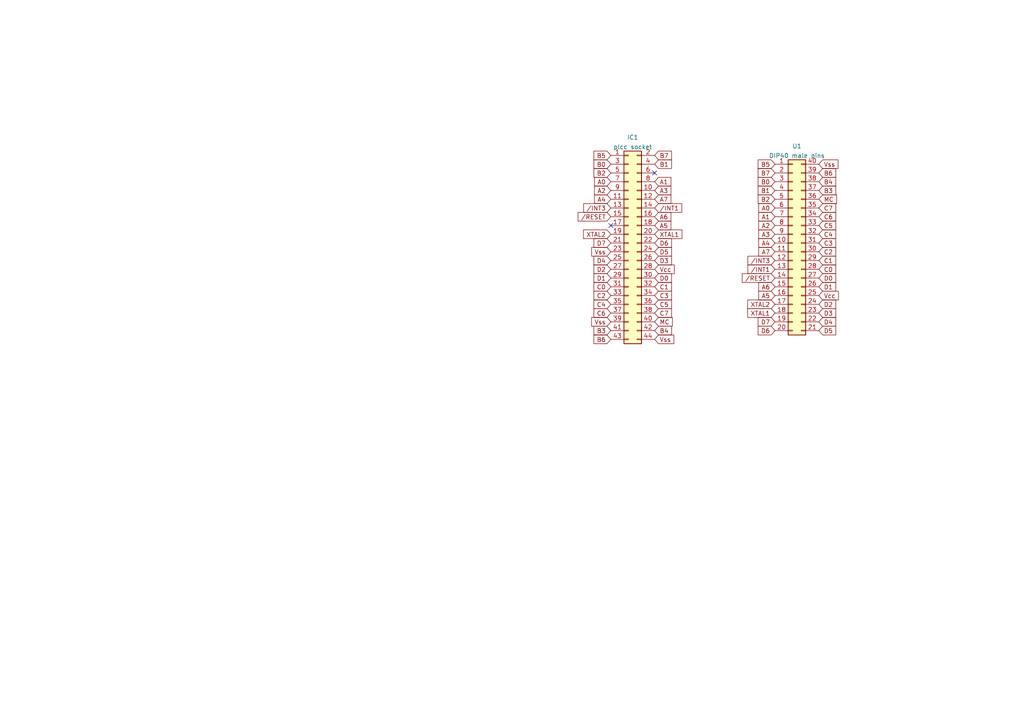
<source format=kicad_sch>
(kicad_sch (version 20211123) (generator eeschema)
  (paper "A4")
  (lib_symbols
    (symbol "Connector_Generic:Conn_02x20_Counter_Clockwise" (pin_names (offset 1.016) hide)
      (property "Reference" "J" (at 1.27 25.4 0))
      (property "Value" "Conn_02x20_Counter_Clockwise" (at 1.27 -27.94 0))
      (symbol "Conn_02x20_Counter_Clockwise_1_1"
        (rectangle (start -1.27 -25.273) (end 0 -25.527) (stroke (width 0.1524)))
        (rectangle (start -1.27 -22.733) (end 0 -22.987) (stroke (width 0.1524)))
        (rectangle (start -1.27 -20.193) (end 0 -20.447) (stroke (width 0.1524)))
        (rectangle (start -1.27 -17.653) (end 0 -17.907) (stroke (width 0.1524)))
        (rectangle (start -1.27 -15.113) (end 0 -15.367) (stroke (width 0.1524)))
        (rectangle (start -1.27 -12.573) (end 0 -12.827) (stroke (width 0.1524)))
        (rectangle (start -1.27 -10.033) (end 0 -10.287) (stroke (width 0.1524)))
        (rectangle (start -1.27 -7.493) (end 0 -7.747) (stroke (width 0.1524)))
        (rectangle (start -1.27 -4.953) (end 0 -5.207) (stroke (width 0.1524)))
        (rectangle (start -1.27 -2.413) (end 0 -2.667) (stroke (width 0.1524)))
        (rectangle (start -1.27 0.127) (end 0 -0.127) (stroke (width 0.1524)))
        (rectangle (start -1.27 2.667) (end 0 2.413) (stroke (width 0.1524)))
        (rectangle (start -1.27 5.207) (end 0 4.953) (stroke (width 0.1524)))
        (rectangle (start -1.27 7.747) (end 0 7.493) (stroke (width 0.1524)))
        (rectangle (start -1.27 10.287) (end 0 10.033) (stroke (width 0.1524)))
        (rectangle (start -1.27 12.827) (end 0 12.573) (stroke (width 0.1524)))
        (rectangle (start -1.27 15.367) (end 0 15.113) (stroke (width 0.1524)))
        (rectangle (start -1.27 17.907) (end 0 17.653) (stroke (width 0.1524)))
        (rectangle (start -1.27 20.447) (end 0 20.193) (stroke (width 0.1524)))
        (rectangle (start -1.27 22.987) (end 0 22.733) (stroke (width 0.1524)))
        (rectangle (start -1.27 24.13) (end 3.81 -26.67) (stroke (width 0.254)) (fill (type background)))
        (rectangle (start 3.81 -25.273) (end 2.54 -25.527) (stroke (width 0.1524)))
        (rectangle (start 3.81 -22.733) (end 2.54 -22.987) (stroke (width 0.1524)))
        (rectangle (start 3.81 -20.193) (end 2.54 -20.447) (stroke (width 0.1524)))
        (rectangle (start 3.81 -17.653) (end 2.54 -17.907) (stroke (width 0.1524)))
        (rectangle (start 3.81 -15.113) (end 2.54 -15.367) (stroke (width 0.1524)))
        (rectangle (start 3.81 -12.573) (end 2.54 -12.827) (stroke (width 0.1524)))
        (rectangle (start 3.81 -10.033) (end 2.54 -10.287) (stroke (width 0.1524)))
        (rectangle (start 3.81 -7.493) (end 2.54 -7.747) (stroke (width 0.1524)))
        (rectangle (start 3.81 -4.953) (end 2.54 -5.207) (stroke (width 0.1524)))
        (rectangle (start 3.81 -2.413) (end 2.54 -2.667) (stroke (width 0.1524)))
        (rectangle (start 3.81 0.127) (end 2.54 -0.127) (stroke (width 0.1524)))
        (rectangle (start 3.81 2.667) (end 2.54 2.413) (stroke (width 0.1524)))
        (rectangle (start 3.81 5.207) (end 2.54 4.953) (stroke (width 0.1524)))
        (rectangle (start 3.81 7.747) (end 2.54 7.493) (stroke (width 0.1524)))
        (rectangle (start 3.81 10.287) (end 2.54 10.033) (stroke (width 0.1524)))
        (rectangle (start 3.81 12.827) (end 2.54 12.573) (stroke (width 0.1524)))
        (rectangle (start 3.81 15.367) (end 2.54 15.113) (stroke (width 0.1524)))
        (rectangle (start 3.81 17.907) (end 2.54 17.653) (stroke (width 0.1524)))
        (rectangle (start 3.81 20.447) (end 2.54 20.193) (stroke (width 0.1524)))
        (rectangle (start 3.81 22.987) (end 2.54 22.733) (stroke (width 0.1524)))
        (pin passive line (at -5.08 22.86 0) (length 3.81) (name "Pin_1") (number "1"))
        (pin passive line (at -5.08 0 0) (length 3.81) (name "Pin_10") (number "10"))
        (pin passive line (at -5.08 -2.54 0) (length 3.81) (name "Pin_11") (number "11"))
        (pin passive line (at -5.08 -5.08 0) (length 3.81) (name "Pin_12") (number "12"))
        (pin passive line (at -5.08 -7.62 0) (length 3.81) (name "Pin_13") (number "13"))
        (pin passive line (at -5.08 -10.16 0) (length 3.81) (name "Pin_14") (number "14"))
        (pin passive line (at -5.08 -12.7 0) (length 3.81) (name "Pin_15") (number "15"))
        (pin passive line (at -5.08 -15.24 0) (length 3.81) (name "Pin_16") (number "16"))
        (pin passive line (at -5.08 -17.78 0) (length 3.81) (name "Pin_17") (number "17"))
        (pin passive line (at -5.08 -20.32 0) (length 3.81) (name "Pin_18") (number "18"))
        (pin passive line (at -5.08 -22.86 0) (length 3.81) (name "Pin_19") (number "19"))
        (pin passive line (at -5.08 20.32 0) (length 3.81) (name "Pin_2") (number "2"))
        (pin passive line (at -5.08 -25.4 0) (length 3.81) (name "Pin_20") (number "20"))
        (pin passive line (at 7.62 -25.4 180) (length 3.81) (name "Pin_21") (number "21"))
        (pin passive line (at 7.62 -22.86 180) (length 3.81) (name "Pin_22") (number "22"))
        (pin passive line (at 7.62 -20.32 180) (length 3.81) (name "Pin_23") (number "23"))
        (pin passive line (at 7.62 -17.78 180) (length 3.81) (name "Pin_24") (number "24"))
        (pin passive line (at 7.62 -15.24 180) (length 3.81) (name "Pin_25") (number "25"))
        (pin passive line (at 7.62 -12.7 180) (length 3.81) (name "Pin_26") (number "26"))
        (pin passive line (at 7.62 -10.16 180) (length 3.81) (name "Pin_27") (number "27"))
        (pin passive line (at 7.62 -7.62 180) (length 3.81) (name "Pin_28") (number "28"))
        (pin passive line (at 7.62 -5.08 180) (length 3.81) (name "Pin_29") (number "29"))
        (pin passive line (at -5.08 17.78 0) (length 3.81) (name "Pin_3") (number "3"))
        (pin passive line (at 7.62 -2.54 180) (length 3.81) (name "Pin_30") (number "30"))
        (pin passive line (at 7.62 0 180) (length 3.81) (name "Pin_31") (number "31"))
        (pin passive line (at 7.62 2.54 180) (length 3.81) (name "Pin_32") (number "32"))
        (pin passive line (at 7.62 5.08 180) (length 3.81) (name "Pin_33") (number "33"))
        (pin passive line (at 7.62 7.62 180) (length 3.81) (name "Pin_34") (number "34"))
        (pin passive line (at 7.62 10.16 180) (length 3.81) (name "Pin_35") (number "35"))
        (pin passive line (at 7.62 12.7 180) (length 3.81) (name "Pin_36") (number "36"))
        (pin passive line (at 7.62 15.24 180) (length 3.81) (name "Pin_37") (number "37"))
        (pin passive line (at 7.62 17.78 180) (length 3.81) (name "Pin_38") (number "38"))
        (pin passive line (at 7.62 20.32 180) (length 3.81) (name "Pin_39") (number "39"))
        (pin passive line (at -5.08 15.24 0) (length 3.81) (name "Pin_4") (number "4"))
        (pin passive line (at 7.62 22.86 180) (length 3.81) (name "Pin_40") (number "40"))
        (pin passive line (at -5.08 12.7 0) (length 3.81) (name "Pin_5") (number "5"))
        (pin passive line (at -5.08 10.16 0) (length 3.81) (name "Pin_6") (number "6"))
        (pin passive line (at -5.08 7.62 0) (length 3.81) (name "Pin_7") (number "7"))
        (pin passive line (at -5.08 5.08 0) (length 3.81) (name "Pin_8") (number "8"))
        (pin passive line (at -5.08 2.54 0) (length 3.81) (name "Pin_9") (number "9"))
      )
    )
    (symbol "Connector_Generic:Conn_02x22_Odd_Even" (pin_names (offset 1.016) hide)
      (property "Reference" "J" (at 1.27 27.94 0))
      (property "Value" "Conn_02x22_Odd_Even" (at 1.27 -30.48 0))
      (symbol "Conn_02x22_Odd_Even_1_1"
        (rectangle (start -1.27 -27.813) (end 0 -28.067) (stroke (width 0.1524)))
        (rectangle (start -1.27 -25.273) (end 0 -25.527) (stroke (width 0.1524)))
        (rectangle (start -1.27 -22.733) (end 0 -22.987) (stroke (width 0.1524)))
        (rectangle (start -1.27 -20.193) (end 0 -20.447) (stroke (width 0.1524)))
        (rectangle (start -1.27 -17.653) (end 0 -17.907) (stroke (width 0.1524)))
        (rectangle (start -1.27 -15.113) (end 0 -15.367) (stroke (width 0.1524)))
        (rectangle (start -1.27 -12.573) (end 0 -12.827) (stroke (width 0.1524)))
        (rectangle (start -1.27 -10.033) (end 0 -10.287) (stroke (width 0.1524)))
        (rectangle (start -1.27 -7.493) (end 0 -7.747) (stroke (width 0.1524)))
        (rectangle (start -1.27 -4.953) (end 0 -5.207) (stroke (width 0.1524)))
        (rectangle (start -1.27 -2.413) (end 0 -2.667) (stroke (width 0.1524)))
        (rectangle (start -1.27 0.127) (end 0 -0.127) (stroke (width 0.1524)))
        (rectangle (start -1.27 2.667) (end 0 2.413) (stroke (width 0.1524)))
        (rectangle (start -1.27 5.207) (end 0 4.953) (stroke (width 0.1524)))
        (rectangle (start -1.27 7.747) (end 0 7.493) (stroke (width 0.1524)))
        (rectangle (start -1.27 10.287) (end 0 10.033) (stroke (width 0.1524)))
        (rectangle (start -1.27 12.827) (end 0 12.573) (stroke (width 0.1524)))
        (rectangle (start -1.27 15.367) (end 0 15.113) (stroke (width 0.1524)))
        (rectangle (start -1.27 17.907) (end 0 17.653) (stroke (width 0.1524)))
        (rectangle (start -1.27 20.447) (end 0 20.193) (stroke (width 0.1524)))
        (rectangle (start -1.27 22.987) (end 0 22.733) (stroke (width 0.1524)))
        (rectangle (start -1.27 25.527) (end 0 25.273) (stroke (width 0.1524)))
        (rectangle (start -1.27 26.67) (end 3.81 -29.21) (stroke (width 0.254)) (fill (type background)))
        (rectangle (start 3.81 -27.813) (end 2.54 -28.067) (stroke (width 0.1524)))
        (rectangle (start 3.81 -25.273) (end 2.54 -25.527) (stroke (width 0.1524)))
        (rectangle (start 3.81 -22.733) (end 2.54 -22.987) (stroke (width 0.1524)))
        (rectangle (start 3.81 -20.193) (end 2.54 -20.447) (stroke (width 0.1524)))
        (rectangle (start 3.81 -17.653) (end 2.54 -17.907) (stroke (width 0.1524)))
        (rectangle (start 3.81 -15.113) (end 2.54 -15.367) (stroke (width 0.1524)))
        (rectangle (start 3.81 -12.573) (end 2.54 -12.827) (stroke (width 0.1524)))
        (rectangle (start 3.81 -10.033) (end 2.54 -10.287) (stroke (width 0.1524)))
        (rectangle (start 3.81 -7.493) (end 2.54 -7.747) (stroke (width 0.1524)))
        (rectangle (start 3.81 -4.953) (end 2.54 -5.207) (stroke (width 0.1524)))
        (rectangle (start 3.81 -2.413) (end 2.54 -2.667) (stroke (width 0.1524)))
        (rectangle (start 3.81 0.127) (end 2.54 -0.127) (stroke (width 0.1524)))
        (rectangle (start 3.81 2.667) (end 2.54 2.413) (stroke (width 0.1524)))
        (rectangle (start 3.81 5.207) (end 2.54 4.953) (stroke (width 0.1524)))
        (rectangle (start 3.81 7.747) (end 2.54 7.493) (stroke (width 0.1524)))
        (rectangle (start 3.81 10.287) (end 2.54 10.033) (stroke (width 0.1524)))
        (rectangle (start 3.81 12.827) (end 2.54 12.573) (stroke (width 0.1524)))
        (rectangle (start 3.81 15.367) (end 2.54 15.113) (stroke (width 0.1524)))
        (rectangle (start 3.81 17.907) (end 2.54 17.653) (stroke (width 0.1524)))
        (rectangle (start 3.81 20.447) (end 2.54 20.193) (stroke (width 0.1524)))
        (rectangle (start 3.81 22.987) (end 2.54 22.733) (stroke (width 0.1524)))
        (rectangle (start 3.81 25.527) (end 2.54 25.273) (stroke (width 0.1524)))
        (pin passive line (at -5.08 25.4 0) (length 3.81) (name "Pin_1") (number "1"))
        (pin passive line (at 7.62 15.24 180) (length 3.81) (name "Pin_10") (number "10"))
        (pin passive line (at -5.08 12.7 0) (length 3.81) (name "Pin_11") (number "11"))
        (pin passive line (at 7.62 12.7 180) (length 3.81) (name "Pin_12") (number "12"))
        (pin passive line (at -5.08 10.16 0) (length 3.81) (name "Pin_13") (number "13"))
        (pin passive line (at 7.62 10.16 180) (length 3.81) (name "Pin_14") (number "14"))
        (pin passive line (at -5.08 7.62 0) (length 3.81) (name "Pin_15") (number "15"))
        (pin passive line (at 7.62 7.62 180) (length 3.81) (name "Pin_16") (number "16"))
        (pin passive line (at -5.08 5.08 0) (length 3.81) (name "Pin_17") (number "17"))
        (pin passive line (at 7.62 5.08 180) (length 3.81) (name "Pin_18") (number "18"))
        (pin passive line (at -5.08 2.54 0) (length 3.81) (name "Pin_19") (number "19"))
        (pin passive line (at 7.62 25.4 180) (length 3.81) (name "Pin_2") (number "2"))
        (pin passive line (at 7.62 2.54 180) (length 3.81) (name "Pin_20") (number "20"))
        (pin passive line (at -5.08 0 0) (length 3.81) (name "Pin_21") (number "21"))
        (pin passive line (at 7.62 0 180) (length 3.81) (name "Pin_22") (number "22"))
        (pin passive line (at -5.08 -2.54 0) (length 3.81) (name "Pin_23") (number "23"))
        (pin passive line (at 7.62 -2.54 180) (length 3.81) (name "Pin_24") (number "24"))
        (pin passive line (at -5.08 -5.08 0) (length 3.81) (name "Pin_25") (number "25"))
        (pin passive line (at 7.62 -5.08 180) (length 3.81) (name "Pin_26") (number "26"))
        (pin passive line (at -5.08 -7.62 0) (length 3.81) (name "Pin_27") (number "27"))
        (pin passive line (at 7.62 -7.62 180) (length 3.81) (name "Pin_28") (number "28"))
        (pin passive line (at -5.08 -10.16 0) (length 3.81) (name "Pin_29") (number "29"))
        (pin passive line (at -5.08 22.86 0) (length 3.81) (name "Pin_3") (number "3"))
        (pin passive line (at 7.62 -10.16 180) (length 3.81) (name "Pin_30") (number "30"))
        (pin passive line (at -5.08 -12.7 0) (length 3.81) (name "Pin_31") (number "31"))
        (pin passive line (at 7.62 -12.7 180) (length 3.81) (name "Pin_32") (number "32"))
        (pin passive line (at -5.08 -15.24 0) (length 3.81) (name "Pin_33") (number "33"))
        (pin passive line (at 7.62 -15.24 180) (length 3.81) (name "Pin_34") (number "34"))
        (pin passive line (at -5.08 -17.78 0) (length 3.81) (name "Pin_35") (number "35"))
        (pin passive line (at 7.62 -17.78 180) (length 3.81) (name "Pin_36") (number "36"))
        (pin passive line (at -5.08 -20.32 0) (length 3.81) (name "Pin_37") (number "37"))
        (pin passive line (at 7.62 -20.32 180) (length 3.81) (name "Pin_38") (number "38"))
        (pin passive line (at -5.08 -22.86 0) (length 3.81) (name "Pin_39") (number "39"))
        (pin passive line (at 7.62 22.86 180) (length 3.81) (name "Pin_4") (number "4"))
        (pin passive line (at 7.62 -22.86 180) (length 3.81) (name "Pin_40") (number "40"))
        (pin passive line (at -5.08 -25.4 0) (length 3.81) (name "Pin_41") (number "41"))
        (pin passive line (at 7.62 -25.4 180) (length 3.81) (name "Pin_42") (number "42"))
        (pin passive line (at -5.08 -27.94 0) (length 3.81) (name "Pin_43") (number "43"))
        (pin passive line (at 7.62 -27.94 180) (length 3.81) (name "Pin_44") (number "44"))
        (pin passive line (at -5.08 20.32 0) (length 3.81) (name "Pin_5") (number "5"))
        (pin passive line (at 7.62 20.32 180) (length 3.81) (name "Pin_6") (number "6"))
        (pin passive line (at -5.08 17.78 0) (length 3.81) (name "Pin_7") (number "7"))
        (pin passive line (at 7.62 17.78 180) (length 3.81) (name "Pin_8") (number "8"))
        (pin passive line (at -5.08 15.24 0) (length 3.81) (name "Pin_9") (number "9"))
      )
    )
  )
  (no_connect (at 189.865 50.165))
  (no_connect (at 177.165 65.405))
  (global_label "B2" (shape input) (at 177.165 50.165 180) (property "Intersheet References" "${INTERSHEET_REFS}" (effects hide)))
  (global_label "A5" (shape input) (at 189.865 65.405 0) (property "Intersheet References" "${INTERSHEET_REFS}" (effects hide)))
  (global_label "D7" (shape input) (at 224.79 93.345 180) (property "Intersheet References" "${INTERSHEET_REFS}" (effects hide)))
  (global_label "B2" (shape input) (at 224.79 57.785 180) (property "Intersheet References" "${INTERSHEET_REFS}" (effects hide)))
  (global_label "B1" (shape input) (at 189.865 47.625 0) (property "Intersheet References" "${INTERSHEET_REFS}" (effects hide)))
  (global_label "B1" (shape input) (at 224.79 55.245 180) (property "Intersheet References" "${INTERSHEET_REFS}" (effects hide)))
  (global_label "{slash}INT3" (shape input) (at 177.165 60.325 180) (property "Intersheet References" "${INTERSHEET_REFS}" (effects hide)))
  (global_label "A6" (shape input) (at 189.865 62.865 0) (property "Intersheet References" "${INTERSHEET_REFS}" (effects hide)))
  (global_label "C6" (shape input) (at 237.49 62.865 0) (property "Intersheet References" "${INTERSHEET_REFS}" (effects hide)))
  (global_label "D6" (shape input) (at 189.865 70.485 0) (property "Intersheet References" "${INTERSHEET_REFS}" (effects hide)))
  (global_label "B0" (shape input) (at 224.79 52.705 180) (property "Intersheet References" "${INTERSHEET_REFS}" (effects hide)))
  (global_label "D3" (shape input) (at 189.865 75.565 0) (property "Intersheet References" "${INTERSHEET_REFS}" (effects hide)))
  (global_label "XTAL2" (shape input) (at 177.165 67.945 180) (property "Intersheet References" "${INTERSHEET_REFS}" (effects hide)))
  (global_label "D6" (shape input) (at 224.79 95.885 180) (property "Intersheet References" "${INTERSHEET_REFS}" (effects hide)))
  (global_label "D0" (shape input) (at 237.49 80.645 0) (property "Intersheet References" "${INTERSHEET_REFS}" (effects hide)))
  (global_label "A4" (shape input) (at 224.79 70.485 180) (property "Intersheet References" "${INTERSHEET_REFS}" (effects hide)))
  (global_label "C7" (shape input) (at 237.49 60.325 0) (property "Intersheet References" "${INTERSHEET_REFS}" (effects hide)))
  (global_label "A3" (shape input) (at 189.865 55.245 0) (property "Intersheet References" "${INTERSHEET_REFS}" (effects hide)))
  (global_label "B7" (shape input) (at 189.865 45.085 0) (property "Intersheet References" "${INTERSHEET_REFS}" (effects hide)))
  (global_label "C2" (shape input) (at 177.165 85.725 180) (property "Intersheet References" "${INTERSHEET_REFS}" (effects hide)))
  (global_label "D5" (shape input) (at 189.865 73.025 0) (property "Intersheet References" "${INTERSHEET_REFS}" (effects hide)))
  (global_label "XTAL1" (shape input) (at 224.79 90.805 180) (property "Intersheet References" "${INTERSHEET_REFS}" (effects hide)))
  (global_label "D2" (shape input) (at 177.165 78.105 180) (property "Intersheet References" "${INTERSHEET_REFS}" (effects hide)))
  (global_label "D4" (shape input) (at 237.49 93.345 0) (property "Intersheet References" "${INTERSHEET_REFS}" (effects hide)))
  (global_label "D4" (shape input) (at 177.165 75.565 180) (property "Intersheet References" "${INTERSHEET_REFS}" (effects hide)))
  (global_label "C4" (shape input) (at 177.165 88.265 180) (property "Intersheet References" "${INTERSHEET_REFS}" (effects hide)))
  (global_label "D5" (shape input) (at 237.49 95.885 0) (property "Intersheet References" "${INTERSHEET_REFS}" (effects hide)))
  (global_label "Vss" (shape input) (at 189.865 98.425 0) (property "Intersheet References" "${INTERSHEET_REFS}" (effects hide)))
  (global_label "C0" (shape input) (at 177.165 83.185 180) (property "Intersheet References" "${INTERSHEET_REFS}" (effects hide)))
  (global_label "D1" (shape input) (at 237.49 83.185 0) (property "Intersheet References" "${INTERSHEET_REFS}" (effects hide)))
  (global_label "B7" (shape input) (at 224.79 50.165 180) (property "Intersheet References" "${INTERSHEET_REFS}" (effects hide)))
  (global_label "MC" (shape input) (at 189.865 93.345 0) (property "Intersheet References" "${INTERSHEET_REFS}" (effects hide)))
  (global_label "MC" (shape input) (at 237.49 57.785 0) (property "Intersheet References" "${INTERSHEET_REFS}" (effects hide)))
  (global_label "C1" (shape input) (at 189.865 83.185 0) (property "Intersheet References" "${INTERSHEET_REFS}" (effects hide)))
  (global_label "B3" (shape input) (at 237.49 55.245 0) (property "Intersheet References" "${INTERSHEET_REFS}" (effects hide)))
  (global_label "D7" (shape input) (at 177.165 70.485 180) (property "Intersheet References" "${INTERSHEET_REFS}" (effects hide)))
  (global_label "C1" (shape input) (at 237.49 75.565 0) (property "Intersheet References" "${INTERSHEET_REFS}" (effects hide)))
  (global_label "B4" (shape input) (at 237.49 52.705 0) (property "Intersheet References" "${INTERSHEET_REFS}" (effects hide)))
  (global_label "A2" (shape input) (at 177.165 55.245 180) (property "Intersheet References" "${INTERSHEET_REFS}" (effects hide)))
  (global_label "A0" (shape input) (at 177.165 52.705 180) (property "Intersheet References" "${INTERSHEET_REFS}" (effects hide)))
  (global_label "A7" (shape input) (at 189.865 57.785 0) (property "Intersheet References" "${INTERSHEET_REFS}" (effects hide)))
  (global_label "{slash}INT1" (shape input) (at 224.79 78.105 180) (property "Intersheet References" "${INTERSHEET_REFS}" (effects hide)))
  (global_label "A1" (shape input) (at 189.865 52.705 0) (property "Intersheet References" "${INTERSHEET_REFS}" (effects hide)))
  (global_label "D3" (shape input) (at 237.49 90.805 0) (property "Intersheet References" "${INTERSHEET_REFS}" (effects hide)))
  (global_label "C3" (shape input) (at 237.49 70.485 0) (property "Intersheet References" "${INTERSHEET_REFS}" (effects hide)))
  (global_label "A1" (shape input) (at 224.79 62.865 180) (property "Intersheet References" "${INTERSHEET_REFS}" (effects hide)))
  (global_label "A7" (shape input) (at 224.79 73.025 180) (property "Intersheet References" "${INTERSHEET_REFS}" (effects hide)))
  (global_label "{slash}INT3" (shape input) (at 224.79 75.565 180) (property "Intersheet References" "${INTERSHEET_REFS}" (effects hide)))
  (global_label "C5" (shape input) (at 189.865 88.265 0) (property "Intersheet References" "${INTERSHEET_REFS}" (effects hide)))
  (global_label "Vss" (shape input) (at 237.49 47.625 0) (property "Intersheet References" "${INTERSHEET_REFS}" (effects hide)))
  (global_label "B5" (shape input) (at 177.165 45.085 180) (property "Intersheet References" "${INTERSHEET_REFS}" (effects hide)))
  (global_label "A3" (shape input) (at 224.79 67.945 180) (property "Intersheet References" "${INTERSHEET_REFS}" (effects hide)))
  (global_label "B4" (shape input) (at 189.865 95.885 0) (property "Intersheet References" "${INTERSHEET_REFS}" (effects hide)))
  (global_label "B5" (shape input) (at 224.79 47.625 180) (property "Intersheet References" "${INTERSHEET_REFS}" (effects hide)))
  (global_label "XTAL2" (shape input) (at 224.79 88.265 180) (property "Intersheet References" "${INTERSHEET_REFS}" (effects hide)))
  (global_label "A5" (shape input) (at 224.79 85.725 180) (property "Intersheet References" "${INTERSHEET_REFS}" (effects hide)))
  (global_label "{slash}RESET" (shape input) (at 224.79 80.645 180) (property "Intersheet References" "${INTERSHEET_REFS}" (effects hide)))
  (global_label "{slash}RESET" (shape input) (at 177.165 62.865 180) (property "Intersheet References" "${INTERSHEET_REFS}" (effects hide)))
  (global_label "B6" (shape input) (at 237.49 50.165 0) (property "Intersheet References" "${INTERSHEET_REFS}" (effects hide)))
  (global_label "C4" (shape input) (at 237.49 67.945 0) (property "Intersheet References" "${INTERSHEET_REFS}" (effects hide)))
  (global_label "XTAL1" (shape input) (at 189.865 67.945 0) (property "Intersheet References" "${INTERSHEET_REFS}" (effects hide)))
  (global_label "Vcc" (shape input) (at 237.49 85.725 0) (property "Intersheet References" "${INTERSHEET_REFS}" (effects hide)))
  (global_label "Vss" (shape input) (at 177.165 73.025 180) (property "Intersheet References" "${INTERSHEET_REFS}" (effects hide)))
  (global_label "Vss" (shape input) (at 177.165 93.345 180) (property "Intersheet References" "${INTERSHEET_REFS}" (effects hide)))
  (global_label "A0" (shape input) (at 224.79 60.325 180) (property "Intersheet References" "${INTERSHEET_REFS}" (effects hide)))
  (global_label "C5" (shape input) (at 237.49 65.405 0) (property "Intersheet References" "${INTERSHEET_REFS}" (effects hide)))
  (global_label "A4" (shape input) (at 177.165 57.785 180) (property "Intersheet References" "${INTERSHEET_REFS}" (effects hide)))
  (global_label "C6" (shape input) (at 177.165 90.805 180) (property "Intersheet References" "${INTERSHEET_REFS}" (effects hide)))
  (global_label "B6" (shape input) (at 177.165 98.425 180) (property "Intersheet References" "${INTERSHEET_REFS}" (effects hide)))
  (global_label "D0" (shape input) (at 189.865 80.645 0) (property "Intersheet References" "${INTERSHEET_REFS}" (effects hide)))
  (global_label "A2" (shape input) (at 224.79 65.405 180) (property "Intersheet References" "${INTERSHEET_REFS}" (effects hide)))
  (global_label "C0" (shape input) (at 237.49 78.105 0) (property "Intersheet References" "${INTERSHEET_REFS}" (effects hide)))
  (global_label "B0" (shape input) (at 177.165 47.625 180) (property "Intersheet References" "${INTERSHEET_REFS}" (effects hide)))
  (global_label "A6" (shape input) (at 224.79 83.185 180) (property "Intersheet References" "${INTERSHEET_REFS}" (effects hide)))
  (global_label "Vcc" (shape input) (at 189.865 78.105 0) (property "Intersheet References" "${INTERSHEET_REFS}" (effects hide)))
  (global_label "C2" (shape input) (at 237.49 73.025 0) (property "Intersheet References" "${INTERSHEET_REFS}" (effects hide)))
  (global_label "C7" (shape input) (at 189.865 90.805 0) (property "Intersheet References" "${INTERSHEET_REFS}" (effects hide)))
  (global_label "B3" (shape input) (at 177.165 95.885 180) (property "Intersheet References" "${INTERSHEET_REFS}" (effects hide)))
  (global_label "D1" (shape input) (at 177.165 80.645 180) (property "Intersheet References" "${INTERSHEET_REFS}" (effects hide)))
  (global_label "D2" (shape input) (at 237.49 88.265 0) (property "Intersheet References" "${INTERSHEET_REFS}" (effects hide)))
  (global_label "{slash}INT1" (shape input) (at 189.865 60.325 0) (property "Intersheet References" "${INTERSHEET_REFS}" (effects hide)))
  (global_label "C3" (shape input) (at 189.865 85.725 0) (property "Intersheet References" "${INTERSHEET_REFS}" (effects hide)))
  (symbol (lib_id "Connector_Generic:Conn_02x20_Counter_Clockwise") (at 229.87 70.485 0) (unit 1)
    (property "Reference" "U1" (at 231.14 42.3885 0))
    (property "Value" "DIP40 male pins" (at 231.14 45.1636 0))
    (property "Footprint" "Package_DIP:DIP-40_W15.24mm" (effects hide))
  )
  (symbol (lib_id "Connector_Generic:Conn_02x22_Odd_Even") (at 182.245 70.485 0) (unit 1)
    (property "Reference" "IC1" (at 183.515 39.8485 0))
    (property "Value" "plcc socket" (at 183.515 42.6236 0))
    (property "Footprint" "Package_LCC:PLCC-44_THT-Socket" (effects hide))
  )
)
</source>
